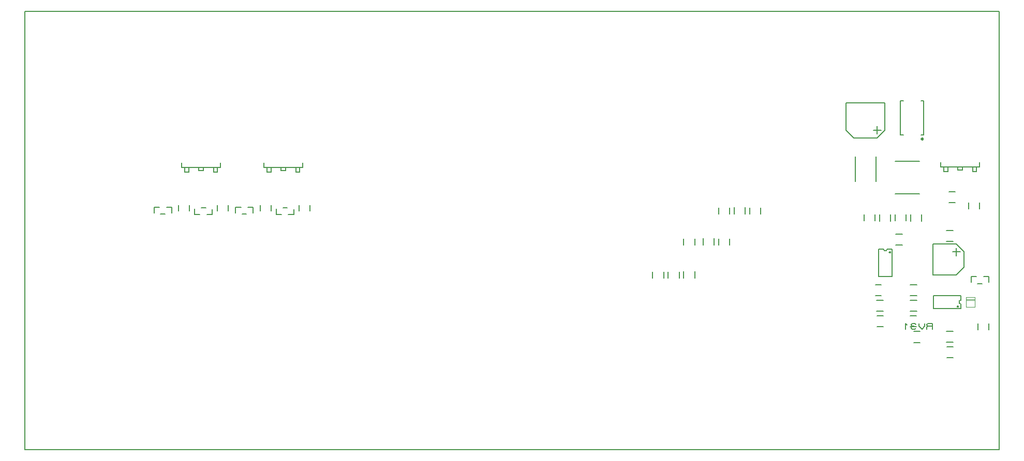
<source format=gbr>
G04 PROTEUS GERBER X2 FILE*
%TF.GenerationSoftware,Labcenter,Proteus,8.7-SP3-Build25561*%
%TF.CreationDate,2021-05-23T19:19:56+00:00*%
%TF.FileFunction,Legend,Bot*%
%TF.FilePolarity,Positive*%
%TF.Part,Single*%
%TF.SameCoordinates,{bb4e542a-de17-4d2d-b6f0-32913e85bf41}*%
%FSLAX45Y45*%
%MOMM*%
G01*
%TA.AperFunction,Profile*%
%ADD40C,0.203200*%
%TA.AperFunction,Material*%
%ADD42C,0.203200*%
%ADD43C,0.250000*%
%ADD41C,0.200000*%
%ADD44C,0.101600*%
%TD.AperFunction*%
D40*
X-7429500Y-4254500D02*
X+8509000Y-4254500D01*
X+8509000Y+2921000D01*
X-7429500Y+2921000D01*
X-7429500Y-4254500D01*
D42*
X+8051800Y-1424940D02*
X+8140700Y-1424940D01*
X+8158480Y-1536700D02*
X+8229600Y-1536700D01*
X+8051800Y-1424940D02*
X+8051800Y-1516380D01*
X+8341360Y-1518920D02*
X+8341360Y-1424940D01*
X+8255000Y-1424940D01*
X+8191500Y+452120D02*
X+8191500Y+375920D01*
X+7556500Y+375920D01*
X+7556500Y+452120D01*
X+7912100Y+375920D02*
X+7912100Y+325120D01*
X+7835900Y+325120D01*
X+7835900Y+375920D01*
X+8140700Y+375920D02*
X+8140700Y+299720D01*
X+8077200Y+299720D01*
X+8077200Y+375920D01*
X+7607300Y+375920D02*
X+7607300Y+299720D01*
X+7670800Y+299720D01*
X+7670800Y+375920D02*
X+7670800Y+299720D01*
D43*
X+7259100Y+834620D02*
X+7259057Y+835659D01*
X+7258705Y+837738D01*
X+7257968Y+839817D01*
X+7256764Y+841896D01*
X+7254923Y+843946D01*
X+7252844Y+845449D01*
X+7250765Y+846406D01*
X+7248686Y+846945D01*
X+7246607Y+847120D01*
X+7246600Y+847120D01*
X+7234100Y+834620D02*
X+7234143Y+835659D01*
X+7234495Y+837738D01*
X+7235232Y+839817D01*
X+7236436Y+841896D01*
X+7238277Y+843946D01*
X+7240356Y+845449D01*
X+7242435Y+846406D01*
X+7244514Y+846945D01*
X+7246593Y+847120D01*
X+7246600Y+847120D01*
X+7234100Y+834620D02*
X+7234143Y+833581D01*
X+7234495Y+831502D01*
X+7235232Y+829423D01*
X+7236436Y+827344D01*
X+7238277Y+825294D01*
X+7240356Y+823791D01*
X+7242435Y+822834D01*
X+7244514Y+822295D01*
X+7246593Y+822120D01*
X+7246600Y+822120D01*
X+7259100Y+834620D02*
X+7259057Y+833581D01*
X+7258705Y+831502D01*
X+7257968Y+829423D01*
X+7256764Y+827344D01*
X+7254923Y+825294D01*
X+7252844Y+823791D01*
X+7250765Y+822834D01*
X+7248686Y+822295D01*
X+7246607Y+822120D01*
X+7246600Y+822120D01*
D41*
X+7231600Y+899620D02*
X+7276600Y+899620D01*
X+7276600Y+1459620D01*
X+7231600Y+1459620D01*
X+6941600Y+899620D02*
X+6896600Y+899620D01*
X+6896600Y+1459620D01*
X+6941600Y+1459620D01*
D44*
X+7969100Y-1793340D02*
X+8109100Y-1793340D01*
X+7969100Y-1813340D02*
X+8109100Y-1813340D01*
X+7969100Y-1923340D02*
X+8109100Y-1923340D01*
X+8109100Y-1763340D01*
X+7969100Y-1763340D01*
X+7969100Y-1923340D01*
D41*
X+6805600Y+463120D02*
X+7205600Y+463120D01*
X+6805600Y-66880D02*
X+7205600Y-66880D01*
D42*
X+6642100Y+978120D02*
X+6515100Y+851120D01*
X+6134100Y+851120D01*
X+6007100Y+978120D01*
X+6007100Y+1422620D01*
X+6642100Y+1422620D01*
X+6642100Y+978120D01*
X+6515100Y+914620D02*
X+6515100Y+1041620D01*
X+6578600Y+978120D02*
X+6451600Y+978120D01*
X+6756400Y-975360D02*
X+6675438Y-975360D01*
X+6673356Y-985981D01*
X+6667636Y-994547D01*
X+6659071Y-1000266D01*
X+6648450Y-1002348D01*
X+6621462Y-975360D02*
X+6623544Y-985981D01*
X+6629264Y-994547D01*
X+6637829Y-1000266D01*
X+6648450Y-1002348D01*
X+6621462Y-975360D02*
X+6540500Y-975360D01*
X+6680200Y-1422400D02*
X+6616700Y-1422400D01*
X+6756400Y-1008380D02*
X+6756400Y-1389380D01*
X+6540500Y-1008380D02*
X+6540500Y-1389380D01*
X+6756400Y-1008380D02*
X+6756400Y-975360D01*
X+6540500Y-975360D02*
X+6540500Y-1008380D01*
X+6616700Y-1422400D02*
X+6540500Y-1422400D01*
X+6540500Y-1389380D01*
X+6756400Y-1389380D02*
X+6756400Y-1422400D01*
X+6680200Y-1422400D01*
X+6731000Y-1024636D02*
X+6730965Y-1023791D01*
X+6730678Y-1022100D01*
X+6730079Y-1020409D01*
X+6729099Y-1018718D01*
X+6727599Y-1017050D01*
X+6725908Y-1015830D01*
X+6724217Y-1015054D01*
X+6722526Y-1014617D01*
X+6720840Y-1014476D01*
X+6710680Y-1024636D02*
X+6710715Y-1023791D01*
X+6711002Y-1022100D01*
X+6711601Y-1020409D01*
X+6712581Y-1018718D01*
X+6714081Y-1017050D01*
X+6715772Y-1015830D01*
X+6717463Y-1015054D01*
X+6719154Y-1014617D01*
X+6720840Y-1014476D01*
X+6710680Y-1024636D02*
X+6710715Y-1025481D01*
X+6711002Y-1027172D01*
X+6711601Y-1028863D01*
X+6712581Y-1030554D01*
X+6714081Y-1032222D01*
X+6715772Y-1033442D01*
X+6717463Y-1034218D01*
X+6719154Y-1034655D01*
X+6720840Y-1034796D01*
X+6731000Y-1024636D02*
X+6730965Y-1025481D01*
X+6730678Y-1027172D01*
X+6730079Y-1028863D01*
X+6729099Y-1030554D01*
X+6727599Y-1032222D01*
X+6725908Y-1033442D01*
X+6724217Y-1034218D01*
X+6722526Y-1034655D01*
X+6720840Y-1034796D01*
X+7881620Y-1948180D02*
X+7881620Y-1867218D01*
X+7870999Y-1865136D01*
X+7862433Y-1859416D01*
X+7856714Y-1850851D01*
X+7854632Y-1840230D01*
X+7881620Y-1813242D02*
X+7870999Y-1815324D01*
X+7862433Y-1821044D01*
X+7856714Y-1829609D01*
X+7854632Y-1840230D01*
X+7881620Y-1813242D02*
X+7881620Y-1732280D01*
X+7434580Y-1871980D02*
X+7434580Y-1808480D01*
X+7848600Y-1948180D02*
X+7467600Y-1948180D01*
X+7848600Y-1732280D02*
X+7467600Y-1732280D01*
X+7848600Y-1948180D02*
X+7881620Y-1948180D01*
X+7881620Y-1732280D02*
X+7848600Y-1732280D01*
X+7434580Y-1808480D02*
X+7434580Y-1732280D01*
X+7467600Y-1732280D01*
X+7467600Y-1948180D02*
X+7434580Y-1948180D01*
X+7434580Y-1871980D01*
X+7842504Y-1912620D02*
X+7842469Y-1911775D01*
X+7842182Y-1910084D01*
X+7841583Y-1908393D01*
X+7840603Y-1906702D01*
X+7839103Y-1905034D01*
X+7837412Y-1903814D01*
X+7835721Y-1903038D01*
X+7834030Y-1902601D01*
X+7832344Y-1902460D01*
X+7822184Y-1912620D02*
X+7822219Y-1911775D01*
X+7822506Y-1910084D01*
X+7823105Y-1908393D01*
X+7824085Y-1906702D01*
X+7825585Y-1905034D01*
X+7827276Y-1903814D01*
X+7828967Y-1903038D01*
X+7830658Y-1902601D01*
X+7832344Y-1902460D01*
X+7822184Y-1912620D02*
X+7822219Y-1913465D01*
X+7822506Y-1915156D01*
X+7823105Y-1916847D01*
X+7824085Y-1918538D01*
X+7825585Y-1920206D01*
X+7827276Y-1921426D01*
X+7828967Y-1922202D01*
X+7830658Y-1922639D01*
X+7832344Y-1922780D01*
X+7842504Y-1912620D02*
X+7842469Y-1913465D01*
X+7842182Y-1915156D01*
X+7841583Y-1916847D01*
X+7840603Y-1918538D01*
X+7839103Y-1920206D01*
X+7837412Y-1921426D01*
X+7835721Y-1922202D01*
X+7834030Y-1922639D01*
X+7832344Y-1922780D01*
D41*
X+6494600Y+542620D02*
X+6494600Y+132620D01*
X+6154600Y+542620D02*
X+6154600Y+132620D01*
D42*
X+7810500Y-889000D02*
X+7937500Y-1016000D01*
X+7937500Y-1270000D01*
X+7810500Y-1397000D01*
X+7429500Y-1397000D01*
X+7429500Y-889000D01*
X+7810500Y-889000D01*
X+7874000Y-1016000D02*
X+7747000Y-1016000D01*
X+7810500Y-952500D02*
X+7810500Y-1079500D01*
D41*
X+7753600Y-844380D02*
X+7643600Y-844380D01*
X+7753600Y-664380D02*
X+7643600Y-664380D01*
X+6610600Y-2241380D02*
X+6510600Y-2241380D01*
X+6610600Y-2061380D02*
X+6510600Y-2061380D01*
X+6583100Y-1733380D02*
X+6483100Y-1733380D01*
X+6583100Y-1553380D02*
X+6483100Y-1553380D01*
X+6298100Y-504880D02*
X+6298100Y-404880D01*
X+6478100Y-504880D02*
X+6478100Y-404880D01*
X+6806100Y-504880D02*
X+6806100Y-404880D01*
X+6986100Y-504880D02*
X+6986100Y-404880D01*
X+7154600Y-2241380D02*
X+7054600Y-2241380D01*
X+7154600Y-2061380D02*
X+7054600Y-2061380D01*
X+8345000Y-2190500D02*
X+8345000Y-2290500D01*
X+8165000Y-2190500D02*
X+8165000Y-2290500D01*
X+7753600Y-2495380D02*
X+7643600Y-2495380D01*
X+7753600Y-2315380D02*
X+7643600Y-2315380D01*
X+7240100Y-404880D02*
X+7240100Y-514880D01*
X+7060100Y-404880D02*
X+7060100Y-514880D01*
X+8192600Y-214380D02*
X+8192600Y-314380D01*
X+8012600Y-214380D02*
X+8012600Y-314380D01*
X+7689600Y-29380D02*
X+7789600Y-29380D01*
X+7689600Y-209380D02*
X+7789600Y-209380D01*
X+7753600Y-2749380D02*
X+7653600Y-2749380D01*
X+7753600Y-2569380D02*
X+7653600Y-2569380D01*
X+6732100Y-404880D02*
X+6732100Y-514880D01*
X+6552100Y-404880D02*
X+6552100Y-514880D01*
X+6928100Y-907880D02*
X+6818100Y-907880D01*
X+6928100Y-727880D02*
X+6818100Y-727880D01*
X+7164600Y-1733380D02*
X+7054600Y-1733380D01*
X+7164600Y-1553380D02*
X+7054600Y-1553380D01*
X+7164600Y-1987380D02*
X+7054600Y-1987380D01*
X+7164600Y-1807380D02*
X+7054600Y-1807380D01*
X+6610600Y-1987380D02*
X+6500600Y-1987380D01*
X+6610600Y-1807380D02*
X+6500600Y-1807380D01*
D42*
X-4229100Y+444500D02*
X-4229100Y+368300D01*
X-4864100Y+368300D01*
X-4864100Y+444500D01*
X-4508500Y+368300D02*
X-4508500Y+317500D01*
X-4584700Y+317500D01*
X-4584700Y+368300D01*
X-4279900Y+368300D02*
X-4279900Y+292100D01*
X-4343400Y+292100D01*
X-4343400Y+368300D01*
X-4813300Y+368300D02*
X-4813300Y+292100D01*
X-4749800Y+292100D01*
X-4749800Y+368300D02*
X-4749800Y+292100D01*
X-2882900Y+444500D02*
X-2882900Y+368300D01*
X-3517900Y+368300D01*
X-3517900Y+444500D01*
X-3162300Y+368300D02*
X-3162300Y+317500D01*
X-3238500Y+317500D01*
X-3238500Y+368300D01*
X-2933700Y+368300D02*
X-2933700Y+292100D01*
X-2997200Y+292100D01*
X-2997200Y+368300D01*
X-3467100Y+368300D02*
X-3467100Y+292100D01*
X-3403600Y+292100D01*
X-3403600Y+368300D02*
X-3403600Y+292100D01*
X-5318760Y-289560D02*
X-5229860Y-289560D01*
X-5212080Y-401320D02*
X-5140960Y-401320D01*
X-5318760Y-289560D02*
X-5318760Y-381000D01*
X-5029200Y-383540D02*
X-5029200Y-289560D01*
X-5115560Y-289560D01*
X-3985260Y-289560D02*
X-3896360Y-289560D01*
X-3878580Y-401320D02*
X-3807460Y-401320D01*
X-3985260Y-289560D02*
X-3985260Y-381000D01*
X-3695700Y-383540D02*
X-3695700Y-289560D01*
X-3782060Y-289560D01*
X-4363720Y-408940D02*
X-4452620Y-408940D01*
X-4470400Y-297180D02*
X-4541520Y-297180D01*
X-4363720Y-408940D02*
X-4363720Y-317500D01*
X-4653280Y-314960D02*
X-4653280Y-408940D01*
X-4566920Y-408940D01*
X-3030220Y-408940D02*
X-3119120Y-408940D01*
X-3136900Y-297180D02*
X-3208020Y-297180D01*
X-3030220Y-408940D02*
X-3030220Y-317500D01*
X-3319780Y-314960D02*
X-3319780Y-408940D01*
X-3233420Y-408940D01*
D41*
X-4736000Y-249500D02*
X-4736000Y-349500D01*
X-4916000Y-249500D02*
X-4916000Y-349500D01*
X-4101000Y-249500D02*
X-4101000Y-349500D01*
X-4281000Y-249500D02*
X-4281000Y-349500D01*
X-3402500Y-249500D02*
X-3402500Y-349500D01*
X-3582500Y-249500D02*
X-3582500Y-349500D01*
X-2767500Y-249500D02*
X-2767500Y-349500D01*
X-2947500Y-249500D02*
X-2947500Y-349500D01*
X+3529000Y-1337500D02*
X+3529000Y-1447500D01*
X+3349000Y-1337500D02*
X+3349000Y-1447500D01*
X+3846500Y-793500D02*
X+3846500Y-903500D01*
X+3666500Y-793500D02*
X+3666500Y-903500D01*
X+4354500Y-285500D02*
X+4354500Y-395500D01*
X+4174500Y-285500D02*
X+4174500Y-395500D01*
X+2841000Y-1447500D02*
X+2841000Y-1347500D01*
X+3021000Y-1447500D02*
X+3021000Y-1347500D01*
X+3349000Y-903500D02*
X+3349000Y-803500D01*
X+3529000Y-903500D02*
X+3529000Y-803500D01*
X+3920500Y-903500D02*
X+3920500Y-803500D01*
X+4100500Y-903500D02*
X+4100500Y-803500D01*
X+3095000Y-1447500D02*
X+3095000Y-1347500D01*
X+3275000Y-1447500D02*
X+3275000Y-1347500D01*
X+3920500Y-395500D02*
X+3920500Y-295500D01*
X+4100500Y-395500D02*
X+4100500Y-295500D01*
X+4428500Y-395500D02*
X+4428500Y-295500D01*
X+4608500Y-395500D02*
X+4608500Y-295500D01*
X+7216000Y-2503000D02*
X+7116000Y-2503000D01*
X+7216000Y-2323000D02*
X+7116000Y-2323000D01*
D42*
X+7420000Y-2282520D02*
X+7420000Y-2191080D01*
X+7340625Y-2191080D01*
X+7324750Y-2206320D01*
X+7324750Y-2221560D01*
X+7340625Y-2236800D01*
X+7420000Y-2236800D01*
X+7340625Y-2236800D02*
X+7324750Y-2252040D01*
X+7324750Y-2282520D01*
X+7293000Y-2191080D02*
X+7293000Y-2236800D01*
X+7245375Y-2282520D01*
X+7197750Y-2236800D01*
X+7197750Y-2191080D01*
X+7150125Y-2206320D02*
X+7134250Y-2191080D01*
X+7086625Y-2191080D01*
X+7070750Y-2206320D01*
X+7070750Y-2221560D01*
X+7086625Y-2236800D01*
X+7070750Y-2252040D01*
X+7070750Y-2267280D01*
X+7086625Y-2282520D01*
X+7134250Y-2282520D01*
X+7150125Y-2267280D01*
X+7118375Y-2236800D02*
X+7086625Y-2236800D01*
X+7007250Y-2221560D02*
X+6975500Y-2191080D01*
X+6975500Y-2282520D01*
M02*

</source>
